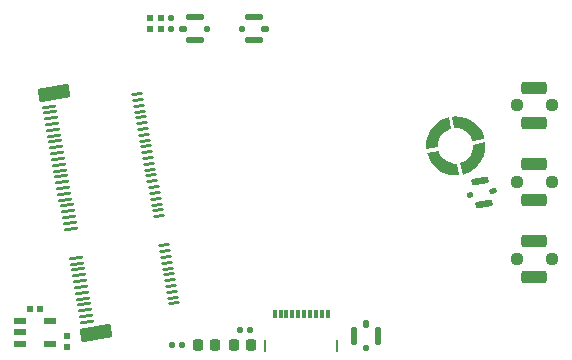
<source format=gtp>
G04*
G04 #@! TF.GenerationSoftware,Altium Limited,Altium Designer,20.1.12 (249)*
G04*
G04 Layer_Color=8421504*
%FSLAX44Y44*%
%MOMM*%
G71*
G04*
G04 #@! TF.SameCoordinates,94CD855F-E311-4B17-AA12-76D4BA248714*
G04*
G04*
G04 #@! TF.FilePolarity,Positive*
G04*
G01*
G75*
G04:AMPARAMS|DCode=10|XSize=0.9mm|YSize=0.95mm|CornerRadius=0.2125mm|HoleSize=0mm|Usage=FLASHONLY|Rotation=0.000|XOffset=0mm|YOffset=0mm|HoleType=Round|Shape=RoundedRectangle|*
%AMROUNDEDRECTD10*
21,1,0.9000,0.5250,0,0,0.0*
21,1,0.4750,0.9500,0,0,0.0*
1,1,0.4250,0.2375,-0.2625*
1,1,0.4250,-0.2375,-0.2625*
1,1,0.4250,-0.2375,0.2625*
1,1,0.4250,0.2375,0.2625*
%
%ADD10ROUNDEDRECTD10*%
G04:AMPARAMS|DCode=11|XSize=0.5mm|YSize=0.45mm|CornerRadius=0.1mm|HoleSize=0mm|Usage=FLASHONLY|Rotation=190.000|XOffset=0mm|YOffset=0mm|HoleType=Round|Shape=RoundedRectangle|*
%AMROUNDEDRECTD11*
21,1,0.5000,0.2500,0,0,190.0*
21,1,0.3000,0.4500,0,0,190.0*
1,1,0.2000,-0.1694,0.0971*
1,1,0.2000,0.1260,0.1492*
1,1,0.2000,0.1694,-0.0971*
1,1,0.2000,-0.1260,-0.1492*
%
%ADD11ROUNDEDRECTD11*%
G04:AMPARAMS|DCode=12|XSize=1.45mm|YSize=0.55mm|CornerRadius=0.125mm|HoleSize=0mm|Usage=FLASHONLY|Rotation=10.000|XOffset=0mm|YOffset=0mm|HoleType=Round|Shape=RoundedRectangle|*
%AMROUNDEDRECTD12*
21,1,1.4500,0.3000,0,0,10.0*
21,1,1.2000,0.5500,0,0,10.0*
1,1,0.2500,0.6169,-0.0435*
1,1,0.2500,-0.5648,-0.2519*
1,1,0.2500,-0.6169,0.0435*
1,1,0.2500,0.5648,0.2519*
%
%ADD12ROUNDEDRECTD12*%
G04:AMPARAMS|DCode=13|XSize=0.6mm|YSize=0.45mm|CornerRadius=0.1mm|HoleSize=0mm|Usage=FLASHONLY|Rotation=190.000|XOffset=0mm|YOffset=0mm|HoleType=Round|Shape=RoundedRectangle|*
%AMROUNDEDRECTD13*
21,1,0.6000,0.2500,0,0,190.0*
21,1,0.4000,0.4500,0,0,190.0*
1,1,0.2000,-0.2187,0.0884*
1,1,0.2000,0.1753,0.1578*
1,1,0.2000,0.2187,-0.0884*
1,1,0.2000,-0.1753,-0.1578*
%
%ADD13ROUNDEDRECTD13*%
G04:AMPARAMS|DCode=14|XSize=0.5mm|YSize=0.45mm|CornerRadius=0.1mm|HoleSize=0mm|Usage=FLASHONLY|Rotation=0.000|XOffset=0mm|YOffset=0mm|HoleType=Round|Shape=RoundedRectangle|*
%AMROUNDEDRECTD14*
21,1,0.5000,0.2500,0,0,0.0*
21,1,0.3000,0.4500,0,0,0.0*
1,1,0.2000,0.1500,-0.1250*
1,1,0.2000,-0.1500,-0.1250*
1,1,0.2000,-0.1500,0.1250*
1,1,0.2000,0.1500,0.1250*
%
%ADD14ROUNDEDRECTD14*%
G04:AMPARAMS|DCode=15|XSize=1.45mm|YSize=0.55mm|CornerRadius=0.125mm|HoleSize=0mm|Usage=FLASHONLY|Rotation=180.000|XOffset=0mm|YOffset=0mm|HoleType=Round|Shape=RoundedRectangle|*
%AMROUNDEDRECTD15*
21,1,1.4500,0.3000,0,0,180.0*
21,1,1.2000,0.5500,0,0,180.0*
1,1,0.2500,-0.6000,0.1500*
1,1,0.2500,0.6000,0.1500*
1,1,0.2500,0.6000,-0.1500*
1,1,0.2500,-0.6000,-0.1500*
%
%ADD15ROUNDEDRECTD15*%
G04:AMPARAMS|DCode=16|XSize=0.6mm|YSize=0.45mm|CornerRadius=0.1mm|HoleSize=0mm|Usage=FLASHONLY|Rotation=0.000|XOffset=0mm|YOffset=0mm|HoleType=Round|Shape=RoundedRectangle|*
%AMROUNDEDRECTD16*
21,1,0.6000,0.2500,0,0,0.0*
21,1,0.4000,0.4500,0,0,0.0*
1,1,0.2000,0.2000,-0.1250*
1,1,0.2000,-0.2000,-0.1250*
1,1,0.2000,-0.2000,0.1250*
1,1,0.2000,0.2000,0.1250*
%
%ADD16ROUNDEDRECTD16*%
G04:AMPARAMS|DCode=17|XSize=0.5mm|YSize=0.45mm|CornerRadius=0.1mm|HoleSize=0mm|Usage=FLASHONLY|Rotation=270.000|XOffset=0mm|YOffset=0mm|HoleType=Round|Shape=RoundedRectangle|*
%AMROUNDEDRECTD17*
21,1,0.5000,0.2500,0,0,270.0*
21,1,0.3000,0.4500,0,0,270.0*
1,1,0.2000,-0.1250,-0.1500*
1,1,0.2000,-0.1250,0.1500*
1,1,0.2000,0.1250,0.1500*
1,1,0.2000,0.1250,-0.1500*
%
%ADD17ROUNDEDRECTD17*%
G04:AMPARAMS|DCode=18|XSize=1.45mm|YSize=0.55mm|CornerRadius=0.125mm|HoleSize=0mm|Usage=FLASHONLY|Rotation=90.000|XOffset=0mm|YOffset=0mm|HoleType=Round|Shape=RoundedRectangle|*
%AMROUNDEDRECTD18*
21,1,1.4500,0.3000,0,0,90.0*
21,1,1.2000,0.5500,0,0,90.0*
1,1,0.2500,0.1500,0.6000*
1,1,0.2500,0.1500,-0.6000*
1,1,0.2500,-0.1500,-0.6000*
1,1,0.2500,-0.1500,0.6000*
%
%ADD18ROUNDEDRECTD18*%
G04:AMPARAMS|DCode=19|XSize=0.6mm|YSize=0.45mm|CornerRadius=0.1mm|HoleSize=0mm|Usage=FLASHONLY|Rotation=270.000|XOffset=0mm|YOffset=0mm|HoleType=Round|Shape=RoundedRectangle|*
%AMROUNDEDRECTD19*
21,1,0.6000,0.2500,0,0,270.0*
21,1,0.4000,0.4500,0,0,270.0*
1,1,0.2000,-0.1250,-0.2000*
1,1,0.2000,-0.1250,0.2000*
1,1,0.2000,0.1250,0.2000*
1,1,0.2000,0.1250,-0.2000*
%
%ADD19ROUNDEDRECTD19*%
G04:AMPARAMS|DCode=20|XSize=1.1mm|YSize=0.55mm|CornerRadius=0.125mm|HoleSize=0mm|Usage=FLASHONLY|Rotation=0.000|XOffset=0mm|YOffset=0mm|HoleType=Round|Shape=RoundedRectangle|*
%AMROUNDEDRECTD20*
21,1,1.1000,0.3000,0,0,0.0*
21,1,0.8500,0.5500,0,0,0.0*
1,1,0.2500,0.4250,-0.1500*
1,1,0.2500,-0.4250,-0.1500*
1,1,0.2500,-0.4250,0.1500*
1,1,0.2500,0.4250,0.1500*
%
%ADD20ROUNDEDRECTD20*%
G04:AMPARAMS|DCode=21|XSize=1.05mm|YSize=2.15mm|CornerRadius=0.25mm|HoleSize=0mm|Usage=FLASHONLY|Rotation=270.000|XOffset=0mm|YOffset=0mm|HoleType=Round|Shape=RoundedRectangle|*
%AMROUNDEDRECTD21*
21,1,1.0500,1.6500,0,0,270.0*
21,1,0.5500,2.1500,0,0,270.0*
1,1,0.5000,-0.8250,-0.2750*
1,1,0.5000,-0.8250,0.2750*
1,1,0.5000,0.8250,0.2750*
1,1,0.5000,0.8250,-0.2750*
%
%ADD21ROUNDEDRECTD21*%
G04:AMPARAMS|DCode=22|XSize=0.95mm|YSize=0.95mm|CornerRadius=0.225mm|HoleSize=0mm|Usage=FLASHONLY|Rotation=270.000|XOffset=0mm|YOffset=0mm|HoleType=Round|Shape=RoundedRectangle|*
%AMROUNDEDRECTD22*
21,1,0.9500,0.5000,0,0,270.0*
21,1,0.5000,0.9500,0,0,270.0*
1,1,0.4500,-0.2500,-0.2500*
1,1,0.4500,-0.2500,0.2500*
1,1,0.4500,0.2500,0.2500*
1,1,0.4500,0.2500,-0.2500*
%
%ADD22ROUNDEDRECTD22*%
G04:AMPARAMS|DCode=23|XSize=0.25mm|YSize=0.95mm|CornerRadius=0.05mm|HoleSize=0mm|Usage=FLASHONLY|Rotation=0.000|XOffset=0mm|YOffset=0mm|HoleType=Round|Shape=RoundedRectangle|*
%AMROUNDEDRECTD23*
21,1,0.2500,0.8500,0,0,0.0*
21,1,0.1500,0.9500,0,0,0.0*
1,1,0.1000,0.0750,-0.4250*
1,1,0.1000,-0.0750,-0.4250*
1,1,0.1000,-0.0750,0.4250*
1,1,0.1000,0.0750,0.4250*
%
%ADD23ROUNDEDRECTD23*%
G04:AMPARAMS|DCode=24|XSize=0.3mm|YSize=0.7mm|CornerRadius=0.075mm|HoleSize=0mm|Usage=FLASHONLY|Rotation=0.000|XOffset=0mm|YOffset=0mm|HoleType=Round|Shape=RoundedRectangle|*
%AMROUNDEDRECTD24*
21,1,0.3000,0.5500,0,0,0.0*
21,1,0.1500,0.7000,0,0,0.0*
1,1,0.1500,0.0750,-0.2750*
1,1,0.1500,-0.0750,-0.2750*
1,1,0.1500,-0.0750,0.2750*
1,1,0.1500,0.0750,0.2750*
%
%ADD24ROUNDEDRECTD24*%
G04:AMPARAMS|DCode=25|XSize=1.15mm|YSize=2.65mm|CornerRadius=0.125mm|HoleSize=0mm|Usage=FLASHONLY|Rotation=100.000|XOffset=0mm|YOffset=0mm|HoleType=Round|Shape=RoundedRectangle|*
%AMROUNDEDRECTD25*
21,1,1.1500,2.4000,0,0,100.0*
21,1,0.9000,2.6500,0,0,100.0*
1,1,0.2500,1.1036,0.6515*
1,1,0.2500,1.2599,-0.2348*
1,1,0.2500,-1.1036,-0.6515*
1,1,0.2500,-1.2599,0.2348*
%
%ADD25ROUNDEDRECTD25*%
G04:AMPARAMS|DCode=26|XSize=0.25mm|YSize=1.2mm|CornerRadius=0.05mm|HoleSize=0mm|Usage=FLASHONLY|Rotation=100.000|XOffset=0mm|YOffset=0mm|HoleType=Round|Shape=RoundedRectangle|*
%AMROUNDEDRECTD26*
21,1,0.2500,1.1000,0,0,100.0*
21,1,0.1500,1.2000,0,0,100.0*
1,1,0.1000,0.5286,0.1694*
1,1,0.1000,0.5547,0.0217*
1,1,0.1000,-0.5286,-0.1694*
1,1,0.1000,-0.5547,-0.0217*
%
%ADD26ROUNDEDRECTD26*%
G04:AMPARAMS|DCode=27|XSize=0.25mm|YSize=0.95mm|CornerRadius=0.05mm|HoleSize=0mm|Usage=FLASHONLY|Rotation=100.000|XOffset=0mm|YOffset=0mm|HoleType=Round|Shape=RoundedRectangle|*
%AMROUNDEDRECTD27*
21,1,0.2500,0.8500,0,0,100.0*
21,1,0.1500,0.9500,0,0,100.0*
1,1,0.1000,0.4055,0.1477*
1,1,0.1000,0.4316,-0.0001*
1,1,0.1000,-0.4055,-0.1477*
1,1,0.1000,-0.4316,0.0001*
%
%ADD27ROUNDEDRECTD27*%
G04:AMPARAMS|DCode=28|XSize=0.5mm|YSize=0.5mm|CornerRadius=0.1125mm|HoleSize=0mm|Usage=FLASHONLY|Rotation=0.000|XOffset=0mm|YOffset=0mm|HoleType=Round|Shape=RoundedRectangle|*
%AMROUNDEDRECTD28*
21,1,0.5000,0.2750,0,0,0.0*
21,1,0.2750,0.5000,0,0,0.0*
1,1,0.2250,0.1375,-0.1375*
1,1,0.2250,-0.1375,-0.1375*
1,1,0.2250,-0.1375,0.1375*
1,1,0.2250,0.1375,0.1375*
%
%ADD28ROUNDEDRECTD28*%
G04:AMPARAMS|DCode=29|XSize=0.55mm|YSize=0.55mm|CornerRadius=0.125mm|HoleSize=0mm|Usage=FLASHONLY|Rotation=180.000|XOffset=0mm|YOffset=0mm|HoleType=Round|Shape=RoundedRectangle|*
%AMROUNDEDRECTD29*
21,1,0.5500,0.3000,0,0,180.0*
21,1,0.3000,0.5500,0,0,180.0*
1,1,0.2500,-0.1500,0.1500*
1,1,0.2500,0.1500,0.1500*
1,1,0.2500,0.1500,-0.1500*
1,1,0.2500,-0.1500,-0.1500*
%
%ADD29ROUNDEDRECTD29*%
G04:AMPARAMS|DCode=30|XSize=0.5mm|YSize=0.5mm|CornerRadius=0.1125mm|HoleSize=0mm|Usage=FLASHONLY|Rotation=270.000|XOffset=0mm|YOffset=0mm|HoleType=Round|Shape=RoundedRectangle|*
%AMROUNDEDRECTD30*
21,1,0.5000,0.2750,0,0,270.0*
21,1,0.2750,0.5000,0,0,270.0*
1,1,0.2250,-0.1375,-0.1375*
1,1,0.2250,-0.1375,0.1375*
1,1,0.2250,0.1375,0.1375*
1,1,0.2250,0.1375,-0.1375*
%
%ADD30ROUNDEDRECTD30*%
G04:AMPARAMS|DCode=31|XSize=0.55mm|YSize=0.55mm|CornerRadius=0.125mm|HoleSize=0mm|Usage=FLASHONLY|Rotation=270.000|XOffset=0mm|YOffset=0mm|HoleType=Round|Shape=RoundedRectangle|*
%AMROUNDEDRECTD31*
21,1,0.5500,0.3000,0,0,270.0*
21,1,0.3000,0.5500,0,0,270.0*
1,1,0.2500,-0.1500,-0.1500*
1,1,0.2500,-0.1500,0.1500*
1,1,0.2500,0.1500,0.1500*
1,1,0.2500,0.1500,-0.1500*
%
%ADD31ROUNDEDRECTD31*%
G36*
X419749Y205528D02*
X424155Y204411D01*
X428288Y202518D01*
X432012Y199911D01*
X435205Y196674D01*
X437761Y192915D01*
X439598Y188757D01*
X440126Y186546D01*
X430248Y184805D01*
X430248D01*
X429847Y186025D01*
X428740Y188340D01*
X427255Y190433D01*
X425434Y192242D01*
X423332Y193714D01*
X421009Y194806D01*
X418535Y195486D01*
X415980Y195735D01*
X414697Y195694D01*
X412955Y205572D01*
X412955Y205572D01*
X415213Y205832D01*
X419749Y205528D01*
D02*
G37*
G36*
X411742Y195173D02*
X411742Y195173D01*
X410522Y194772D01*
X408206Y193665D01*
X406114Y192180D01*
X404305Y190359D01*
X402833Y188257D01*
X401741Y185934D01*
X401060Y183459D01*
X400812Y180905D01*
X400853Y179621D01*
X390975Y177880D01*
X390715Y180138D01*
X391019Y184673D01*
X392135Y189080D01*
X394029Y193213D01*
X396636Y196937D01*
X399872Y200130D01*
X403631Y202686D01*
X407790Y204523D01*
X410000Y205051D01*
X411742Y195173D01*
D02*
G37*
G36*
X440647Y183592D02*
X440907Y181334D01*
X440603Y176798D01*
X439487Y172391D01*
X437593Y168258D01*
X434986Y164534D01*
X431750Y161342D01*
X427991Y158785D01*
X423832Y156949D01*
X421622Y156420D01*
X419880Y166298D01*
Y166298D01*
X421100Y166699D01*
X423415Y167806D01*
X425508Y169292D01*
X427317Y171112D01*
X428789Y173215D01*
X429882Y175537D01*
X430562Y178012D01*
X430810Y180566D01*
X430770Y181850D01*
X440647Y183592D01*
X440647Y183592D01*
D02*
G37*
G36*
X401373Y176667D02*
X401775Y175447D01*
X402882Y173131D01*
X404367Y171038D01*
X406188Y169230D01*
X408290Y167757D01*
X410613Y166665D01*
X413087Y165985D01*
X415642Y165737D01*
X416926Y165777D01*
X418667Y155900D01*
X418667D01*
X416409Y155640D01*
X411873Y155943D01*
X407467Y157060D01*
X403334Y158953D01*
X399610Y161561D01*
X396417Y164797D01*
X393861Y168556D01*
X392024Y172714D01*
X391496Y174925D01*
X401373Y176667D01*
X401373Y176667D01*
D02*
G37*
D10*
X212100Y12500D02*
D03*
X197900D02*
D03*
X227900D02*
D03*
X242100D02*
D03*
D11*
X428109Y139156D02*
D03*
D12*
X436467Y150784D02*
D03*
X439940Y131088D02*
D03*
D13*
X447805Y142629D02*
D03*
D14*
X205250Y280000D02*
D03*
X234750Y280000D02*
D03*
D15*
X195000Y270000D02*
D03*
Y290000D02*
D03*
X245000D02*
D03*
Y270000D02*
D03*
D16*
X185250Y280000D02*
D03*
X254750D02*
D03*
D17*
X340000Y9750D02*
D03*
D18*
X330000Y20000D02*
D03*
X350000D02*
D03*
D19*
X340000Y29750D02*
D03*
D20*
X72250Y13250D02*
D03*
Y32250D02*
D03*
X47250D02*
D03*
Y13250D02*
D03*
Y22750D02*
D03*
D21*
X482500Y135000D02*
D03*
Y165000D02*
D03*
Y200000D02*
D03*
Y230000D02*
D03*
Y70000D02*
D03*
Y100000D02*
D03*
D22*
X467500Y150000D02*
D03*
X497500D02*
D03*
X467500Y215000D02*
D03*
X497500D02*
D03*
X467500Y85000D02*
D03*
X497500D02*
D03*
D23*
X254600Y11500D02*
D03*
X315400D02*
D03*
D24*
X297500Y38000D02*
D03*
X292500D02*
D03*
X287500D02*
D03*
X282500D02*
D03*
X277500D02*
D03*
X272500D02*
D03*
X267500D02*
D03*
X262500D02*
D03*
X302500D02*
D03*
X307500D02*
D03*
D25*
X75314Y225794D02*
D03*
X111259Y21938D02*
D03*
D26*
X72430Y209038D02*
D03*
X74166Y199190D02*
D03*
X75034Y194266D02*
D03*
X73298Y204114D02*
D03*
X71561Y213962D02*
D03*
X94136Y85937D02*
D03*
X88926Y115482D02*
D03*
X95004Y81013D02*
D03*
X89794Y110557D02*
D03*
X95872Y76089D02*
D03*
X96740Y71165D02*
D03*
X97609Y66241D02*
D03*
X79376Y169646D02*
D03*
X80244Y164722D02*
D03*
X81112Y159798D02*
D03*
X82849Y149950D02*
D03*
X81980Y154874D02*
D03*
X83717Y145026D02*
D03*
X88058Y120405D02*
D03*
X84585Y140102D02*
D03*
X87190Y125330D02*
D03*
X85453Y135177D02*
D03*
X86321Y130253D02*
D03*
X103686Y31773D02*
D03*
X102818Y36697D02*
D03*
X101950Y41621D02*
D03*
X101082Y46545D02*
D03*
X100213Y51469D02*
D03*
X98477Y61317D02*
D03*
X99345Y56393D02*
D03*
X77639Y179494D02*
D03*
X78507Y174570D02*
D03*
X76771Y184418D02*
D03*
X75903Y189342D02*
D03*
D27*
X163467Y126086D02*
D03*
X162599Y131011D02*
D03*
X149575Y204871D02*
D03*
X164335Y121162D02*
D03*
X161731Y135934D02*
D03*
X159994Y145783D02*
D03*
X156521Y165479D02*
D03*
X160862Y140859D02*
D03*
X159126Y150707D02*
D03*
X158258Y155631D02*
D03*
X157389Y160555D02*
D03*
X155653Y170403D02*
D03*
X146971Y219643D02*
D03*
X147839Y214719D02*
D03*
X153916Y180251D02*
D03*
X146102Y224567D02*
D03*
X148707Y209795D02*
D03*
X154785Y175327D02*
D03*
X153048Y185175D02*
D03*
X177359Y47302D02*
D03*
X173886Y66998D02*
D03*
X151312Y195023D02*
D03*
X171281Y81770D02*
D03*
X174754Y62074D02*
D03*
X176491Y52226D02*
D03*
X175622Y57150D02*
D03*
X173018Y71922D02*
D03*
X172150Y76846D02*
D03*
X168676Y96542D02*
D03*
X170413Y86694D02*
D03*
X169545Y91618D02*
D03*
X150443Y199947D02*
D03*
X152180Y190099D02*
D03*
D28*
X184500Y12500D02*
D03*
X175500D02*
D03*
X242000Y25000D02*
D03*
X233000D02*
D03*
D29*
X157000Y280000D02*
D03*
X166000D02*
D03*
X157000Y289000D02*
D03*
X166000D02*
D03*
X55250Y43000D02*
D03*
X64250D02*
D03*
D30*
X175000Y280000D02*
D03*
Y289000D02*
D03*
D31*
X86500Y10500D02*
D03*
Y19500D02*
D03*
M02*

</source>
